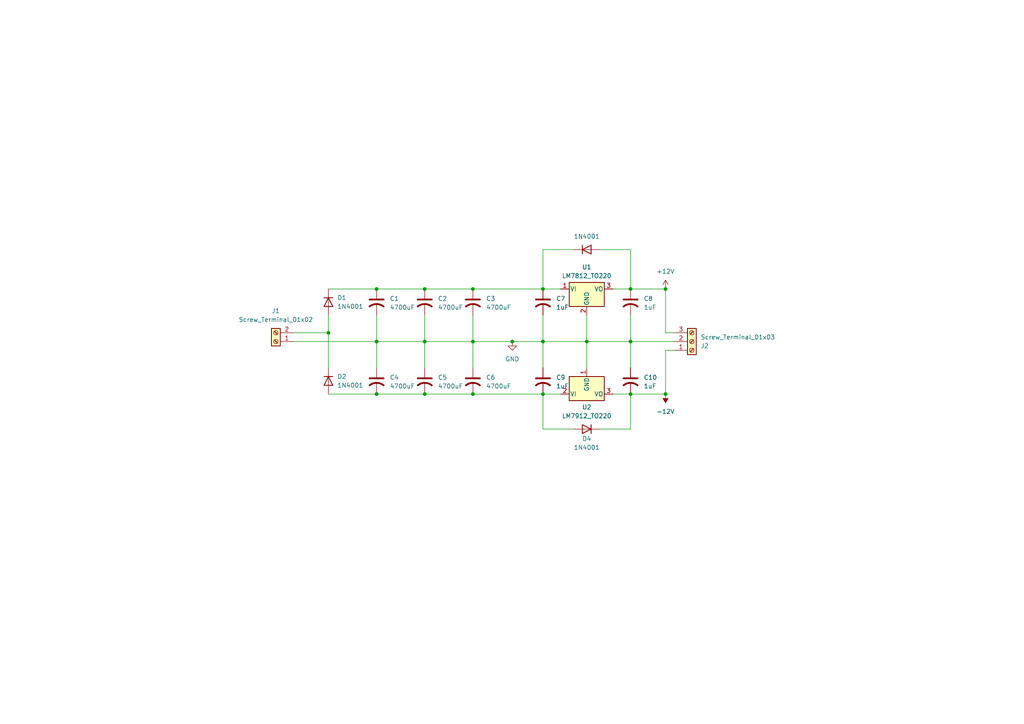
<source format=kicad_sch>
(kicad_sch (version 20250114) (generator "eeschema") (generator_version "9.0")
  (paper "A4")
  (lib_symbols
    (symbol "Connector:Screw_Terminal_01x02" (pin_names (offset 1.016) (hide yes))
      (property "Reference" "J" (at 0 2.54 0))
      (property "Value" "Screw_Terminal_01x02" (at 0 -5.08 0))
      (symbol "Screw_Terminal_01x02_1_1"
        (rectangle (start -1.27 1.27) (end 1.27 -3.81) (stroke (width 0.254)) (fill (type background)))
        (polyline (pts (xy -0.5334 0.3302) (xy 0.3302 -0.508)) (stroke (width 0.1524)))
        (polyline (pts (xy -0.5334 -2.2098) (xy 0.3302 -3.048)) (stroke (width 0.1524)))
        (polyline (pts (xy -0.3556 0.508) (xy 0.508 -0.3302)) (stroke (width 0.1524)))
        (polyline (pts (xy -0.3556 -2.032) (xy 0.508 -2.8702)) (stroke (width 0.1524)))
        (circle (center 0 0) (radius 0.635) (stroke (width 0.1524)))
        (circle (center 0 -2.54) (radius 0.635) (stroke (width 0.1524)))
        (pin passive line (at -5.08 0 0) (length 3.81) (name "Pin_1") (number "1"))
        (pin passive line (at -5.08 -2.54 0) (length 3.81) (name "Pin_2") (number "2"))
      )
    )
    (symbol "Connector:Screw_Terminal_01x03" (pin_names (offset 1.016) (hide yes))
      (property "Reference" "J" (at 0 5.08 0))
      (property "Value" "Screw_Terminal_01x03" (at 0 -5.08 0))
      (symbol "Screw_Terminal_01x03_1_1"
        (rectangle (start -1.27 3.81) (end 1.27 -3.81) (stroke (width 0.254)) (fill (type background)))
        (polyline (pts (xy -0.5334 2.8702) (xy 0.3302 2.032)) (stroke (width 0.1524)))
        (polyline (pts (xy -0.5334 0.3302) (xy 0.3302 -0.508)) (stroke (width 0.1524)))
        (polyline (pts (xy -0.5334 -2.2098) (xy 0.3302 -3.048)) (stroke (width 0.1524)))
        (polyline (pts (xy -0.3556 3.048) (xy 0.508 2.2098)) (stroke (width 0.1524)))
        (polyline (pts (xy -0.3556 0.508) (xy 0.508 -0.3302)) (stroke (width 0.1524)))
        (polyline (pts (xy -0.3556 -2.032) (xy 0.508 -2.8702)) (stroke (width 0.1524)))
        (circle (center 0 2.54) (radius 0.635) (stroke (width 0.1524)))
        (circle (center 0 0) (radius 0.635) (stroke (width 0.1524)))
        (circle (center 0 -2.54) (radius 0.635) (stroke (width 0.1524)))
        (pin passive line (at -5.08 2.54 0) (length 3.81) (name "Pin_1") (number "1"))
        (pin passive line (at -5.08 0 0) (length 3.81) (name "Pin_2") (number "2"))
        (pin passive line (at -5.08 -2.54 0) (length 3.81) (name "Pin_3") (number "3"))
      )
    )
    (symbol "Device:C_US" (pin_numbers (hide yes)) (pin_names (offset 0.254) (hide yes))
      (property "Reference" "C" (at 0.635 2.54 0))
      (property "Value" "C_US" (at 0.635 -2.54 0))
      (symbol "C_US_0_1"
        (polyline (pts (xy -2.032 0.762) (xy 2.032 0.762)) (stroke (width 0.508)))
        (arc (start -2.032 -1.27) (mid 0 -0.5572) (end 2.032 -1.27) (stroke (width 0.508)))
      )
      (symbol "C_US_1_1"
        (pin passive line (at 0 3.81 270) (length 2.794) (name "~") (number "1"))
        (pin passive line (at 0 -3.81 90) (length 3.302) (name "~") (number "2"))
      )
    )
    (symbol "Diode:1N4001" (pin_numbers (hide yes)) (pin_names (hide yes))
      (property "Reference" "D" (at 0 2.54 0))
      (property "Value" "1N4001" (at 0 -2.54 0))
      (symbol "1N4001_0_1"
        (polyline (pts (xy -1.27 1.27) (xy -1.27 -1.27)) (stroke (width 0.254)))
        (polyline (pts (xy 1.27 1.27) (xy 1.27 -1.27) (xy -1.27 0) (xy 1.27 1.27)) (stroke (width 0.254)))
        (polyline (pts (xy 1.27 0) (xy -1.27 0)))
      )
      (symbol "1N4001_1_1"
        (pin passive line (at -3.81 0 0) (length 2.54) (name "K") (number "1"))
        (pin passive line (at 3.81 0 180) (length 2.54) (name "A") (number "2"))
      )
    )
    (symbol "Regulator_Linear:LM7812_TO220" (pin_names (offset 0.254))
      (property "Reference" "U" (at -3.81 3.175 0))
      (property "Value" "LM7812_TO220" (at 0 3.175 0))
      (symbol "LM7812_TO220_0_1"
        (rectangle (start -5.08 1.905) (end 5.08 -5.08) (stroke (width 0.254)) (fill (type background)))
      )
      (symbol "LM7812_TO220_1_1"
        (pin power_in line (at -7.62 0 0) (length 2.54) (name "VI") (number "1"))
        (pin power_in line (at 0 -7.62 90) (length 2.54) (name "GND") (number "2"))
        (pin power_out line (at 7.62 0 180) (length 2.54) (name "VO") (number "3"))
      )
    )
    (symbol "Regulator_Linear:LM7912_TO220" (pin_names (offset 0.254))
      (property "Reference" "U" (at -3.81 -3.175 0))
      (property "Value" "LM7912_TO220" (at 0 -3.175 0))
      (symbol "LM7912_TO220_0_1"
        (rectangle (start -5.08 5.08) (end 5.08 -1.905) (stroke (width 0.254)) (fill (type background)))
      )
      (symbol "LM7912_TO220_1_1"
        (pin power_in line (at -7.62 0 0) (length 2.54) (name "VI") (number "2"))
        (pin power_in line (at 0 7.62 270) (length 2.54) (name "GND") (number "1"))
        (pin power_out line (at 7.62 0 180) (length 2.54) (name "VO") (number "3"))
      )
    )
    (symbol "power:+12V" (power) (pin_numbers (hide yes)) (pin_names (offset 0) (hide yes))
      (property "Value" "+12V" (at 0 3.556 0))
      (symbol "+12V_0_1"
        (polyline (pts (xy -0.762 1.27) (xy 0 2.54)))
        (polyline (pts (xy 0 2.54) (xy 0.762 1.27)))
        (polyline (pts (xy 0 0) (xy 0 2.54)))
      )
      (symbol "+12V_1_1"
        (pin power_in line (at 0 0 90) (length 0) (name "~") (number "1"))
      )
    )
    (symbol "power:-12V" (power) (pin_numbers (hide yes)) (pin_names (offset 0) (hide yes))
      (property "Value" "-12V" (at 0 3.556 0))
      (symbol "-12V_0_0"
        (pin power_in line (at 0 0 90) (length 0) (name "~") (number "1"))
      )
      (symbol "-12V_0_1"
        (polyline (pts (xy 0 0) (xy 0 1.27) (xy 0.762 1.27) (xy 0 2.54) (xy -0.762 1.27) (xy 0 1.27)) (fill (type outline)))
      )
    )
    (symbol "power:GND" (power) (pin_numbers (hide yes)) (pin_names (offset 0) (hide yes))
      (property "Value" "GND" (at 0 -3.81 0))
      (symbol "GND_0_1"
        (polyline (pts (xy 0 0) (xy 0 -1.27) (xy 1.27 -1.27) (xy 0 -2.54) (xy -1.27 -1.27) (xy 0 -1.27)))
      )
      (symbol "GND_1_1"
        (pin power_in line (at 0 0 270) (length 0) (name "~") (number "1"))
      )
    )
  )
  (junction (at 123.19 99.06))
  (junction (at 170.18 99.06))
  (junction (at 95.25 96.52))
  (junction (at 109.22 99.06))
  (junction (at 193.04 114.3))
  (junction (at 109.22 114.3))
  (junction (at 182.88 83.82))
  (junction (at 193.04 83.82))
  (junction (at 109.22 83.82))
  (junction (at 157.48 114.3))
  (junction (at 182.88 99.06))
  (junction (at 148.59 99.06))
  (junction (at 137.16 114.3))
  (junction (at 123.19 83.82))
  (junction (at 137.16 83.82))
  (junction (at 137.16 99.06))
  (junction (at 123.19 114.3))
  (junction (at 182.88 114.3))
  (junction (at 157.48 99.06))
  (junction (at 157.48 83.82))
  (wire (pts (xy 109.22 99.06) (xy 109.22 106.68)))
  (wire (pts (xy 109.22 114.3) (xy 123.19 114.3)))
  (wire (pts (xy 123.19 114.3) (xy 137.16 114.3)))
  (wire (pts (xy 95.25 114.3) (xy 109.22 114.3)))
  (wire (pts (xy 137.16 99.06) (xy 148.59 99.06)))
  (wire (pts (xy 123.19 83.82) (xy 137.16 83.82)))
  (wire (pts (xy 137.16 99.06) (xy 123.19 99.06)))
  (wire (pts (xy 182.88 91.44) (xy 182.88 99.06)))
  (wire (pts (xy 166.37 72.39) (xy 157.48 72.39)))
  (wire (pts (xy 95.25 96.52) (xy 95.25 91.44)))
  (wire (pts (xy 182.88 106.68) (xy 182.88 99.06)))
  (wire (pts (xy 193.04 96.52) (xy 195.58 96.52)))
  (wire (pts (xy 95.25 83.82) (xy 109.22 83.82)))
  (wire (pts (xy 182.88 124.46) (xy 182.88 114.3)))
  (wire (pts (xy 157.48 91.44) (xy 157.48 99.06)))
  (wire (pts (xy 193.04 83.82) (xy 182.88 83.82)))
  (wire (pts (xy 177.8 83.82) (xy 182.88 83.82)))
  (wire (pts (xy 123.19 99.06) (xy 123.19 106.68)))
  (wire (pts (xy 123.19 91.44) (xy 123.19 99.06)))
  (wire (pts (xy 193.04 114.3) (xy 182.88 114.3)))
  (wire (pts (xy 109.22 83.82) (xy 123.19 83.82)))
  (wire (pts (xy 109.22 91.44) (xy 109.22 99.06)))
  (wire (pts (xy 85.09 96.52) (xy 95.25 96.52)))
  (wire (pts (xy 193.04 114.3) (xy 193.04 101.6)))
  (wire (pts (xy 157.48 114.3) (xy 162.56 114.3)))
  (wire (pts (xy 182.88 99.06) (xy 195.58 99.06)))
  (wire (pts (xy 173.99 72.39) (xy 182.88 72.39)))
  (wire (pts (xy 95.25 96.52) (xy 95.25 106.68)))
  (wire (pts (xy 157.48 99.06) (xy 170.18 99.06)))
  (wire (pts (xy 157.48 72.39) (xy 157.48 83.82)))
  (wire (pts (xy 193.04 83.82) (xy 193.04 96.52)))
  (wire (pts (xy 193.04 101.6) (xy 195.58 101.6)))
  (wire (pts (xy 177.8 114.3) (xy 182.88 114.3)))
  (wire (pts (xy 157.48 124.46) (xy 157.48 114.3)))
  (wire (pts (xy 137.16 99.06) (xy 137.16 106.68)))
  (wire (pts (xy 170.18 91.44) (xy 170.18 99.06)))
  (wire (pts (xy 137.16 114.3) (xy 157.48 114.3)))
  (wire (pts (xy 173.99 124.46) (xy 182.88 124.46)))
  (wire (pts (xy 137.16 83.82) (xy 157.48 83.82)))
  (wire (pts (xy 137.16 91.44) (xy 137.16 99.06)))
  (wire (pts (xy 157.48 106.68) (xy 157.48 99.06)))
  (wire (pts (xy 170.18 99.06) (xy 182.88 99.06)))
  (wire (pts (xy 170.18 106.68) (xy 170.18 99.06)))
  (wire (pts (xy 85.09 99.06) (xy 109.22 99.06)))
  (wire (pts (xy 148.59 99.06) (xy 157.48 99.06)))
  (wire (pts (xy 123.19 99.06) (xy 109.22 99.06)))
  (wire (pts (xy 166.37 124.46) (xy 157.48 124.46)))
  (wire (pts (xy 182.88 72.39) (xy 182.88 83.82)))
  (wire (pts (xy 157.48 83.82) (xy 162.56 83.82)))
  (symbol (lib_id "Device:C_US") (at 137.16 87.63 0) (unit 1)
    (property "Reference" "C3" (at 140.97 86.6139 0) (effects (justify left)))
    (property "Value" "4700uF" (at 140.97 89.1539 0) (effects (justify left)))
    (property "Footprint" "User:C_Radial_Polarized_P7.50mm_CNC" (effects (hide yes)))
    (property "Description" "capacitor, US symbol" (effects (hide yes)))
  )
  (symbol (lib_id "Regulator_Linear:LM7812_TO220") (at 170.18 83.82 0) (unit 1)
    (property "Reference" "U1" (at 170.18 77.47 0))
    (property "Value" "LM7812_TO220" (at 170.18 80.01 0))
    (property "Footprint" "User:TO-220_CNC" (effects (hide yes)))
    (property "Datasheet" "https://www.onsemi.cn/PowerSolutions/document/MC7800-D.PDF" (effects (hide yes)))
    (property "Description" "Positive 1A 35V Linear Regulator, Fixed Output 12V, TO-220" (effects (hide yes)))
  )
  (symbol (lib_id "Connector:Screw_Terminal_01x02") (at 80.01 99.06 180) (unit 1)
    (property "Reference" "J1" (at 80.01 90.17 0))
    (property "Value" "Screw_Terminal_01x02" (at 80.01 92.71 0))
    (property "Footprint" "User:TerminalBlock_1x2_CNC" (effects (hide yes)))
    (property "Description" "Generic screw terminal, single row, 01x02, script generated (kicad-library-utils/schlib/autogen/connector/)" (effects (hide yes)))
  )
  (symbol (lib_id "Diode:1N4001") (at 170.18 72.39 0) (unit 1)
    (property "Reference" "D3" (effects (hide yes)))
    (property "Value" "1N4001" (at 170.18 68.58 0))
    (property "Footprint" "User:D_P10.16mm_CNC" (effects (hide yes)))
    (property "Datasheet" "http://www.vishay.com/docs/88503/1n4001.pdf" (effects (hide yes)))
    (property "Description" "50V 1A General Purpose Rectifier Diode, DO-41" (effects (hide yes)))
    (property "Sim.Device" "D" (effects (hide yes)))
    (property "Sim.Pins" "1=K 2=A" (effects (hide yes)))
  )
  (symbol (lib_id "Diode:1N4001") (at 95.25 87.63 270) (unit 1)
    (property "Reference" "D1" (at 97.79 86.3599 90) (effects (justify left)))
    (property "Value" "1N4001" (at 97.79 88.8999 90) (effects (justify left)))
    (property "Footprint" "User:D_P10.16mm_CNC" (effects (hide yes)))
    (property "Datasheet" "http://www.vishay.com/docs/88503/1n4001.pdf" (effects (hide yes)))
    (property "Description" "50V 1A General Purpose Rectifier Diode, DO-41" (effects (hide yes)))
    (property "Sim.Device" "D" (effects (hide yes)))
    (property "Sim.Pins" "1=K 2=A" (effects (hide yes)))
  )
  (symbol (lib_id "power:-12V") (at 193.04 114.3 180) (unit 1)
    (property "Reference" "#PWR02" (effects (hide yes)))
    (property "Value" "-12V" (at 193.04 119.38 0))
    (property "Description" "Power symbol creates a global label with name \"-12V\"" (effects (hide yes)))
  )
  (symbol (lib_id "Device:C_US") (at 157.48 110.49 0) (unit 1)
    (property "Reference" "C9" (at 161.29 109.4739 0) (effects (justify left)))
    (property "Value" "1uF" (at 161.29 112.0139 0) (effects (justify left)))
    (property "Footprint" "User:C_Rect_P5.00mm_CNC" (effects (hide yes)))
    (property "Description" "capacitor, US symbol" (effects (hide yes)))
  )
  (symbol (lib_id "Device:C_US") (at 123.19 110.49 0) (unit 1)
    (property "Reference" "C5" (at 127 109.4739 0) (effects (justify left)))
    (property "Value" "4700uF" (at 127 112.0139 0) (effects (justify left)))
    (property "Footprint" "User:C_Radial_Polarized_P7.50mm_CNC" (effects (hide yes)))
    (property "Description" "capacitor, US symbol" (effects (hide yes)))
  )
  (symbol (lib_id "Diode:1N4001") (at 95.25 110.49 270) (unit 1)
    (property "Reference" "D2" (at 97.79 109.2199 90) (effects (justify left)))
    (property "Value" "1N4001" (at 97.79 111.7599 90) (effects (justify left)))
    (property "Footprint" "User:D_P10.16mm_CNC" (effects (hide yes)))
    (property "Datasheet" "http://www.vishay.com/docs/88503/1n4001.pdf" (effects (hide yes)))
    (property "Description" "50V 1A General Purpose Rectifier Diode, DO-41" (effects (hide yes)))
    (property "Sim.Device" "D" (effects (hide yes)))
    (property "Sim.Pins" "1=K 2=A" (effects (hide yes)))
  )
  (symbol (lib_id "Device:C_US") (at 137.16 110.49 0) (unit 1)
    (property "Reference" "C6" (at 140.97 109.4739 0) (effects (justify left)))
    (property "Value" "4700uF" (at 140.97 112.0139 0) (effects (justify left)))
    (property "Footprint" "User:C_Radial_Polarized_P7.50mm_CNC" (effects (hide yes)))
    (property "Description" "capacitor, US symbol" (effects (hide yes)))
  )
  (symbol (lib_id "Diode:1N4001") (at 170.18 124.46 180) (unit 1)
    (property "Reference" "D4" (at 170.18 127.254 0))
    (property "Value" "1N4001" (at 170.18 129.794 0))
    (property "Footprint" "User:D_P10.16mm_CNC" (effects (hide yes)))
    (property "Datasheet" "http://www.vishay.com/docs/88503/1n4001.pdf" (effects (hide yes)))
    (property "Description" "50V 1A General Purpose Rectifier Diode, DO-41" (effects (hide yes)))
    (property "Sim.Device" "D" (effects (hide yes)))
    (property "Sim.Pins" "1=K 2=A" (effects (hide yes)))
  )
  (symbol (lib_id "Device:C_US") (at 157.48 87.63 0) (unit 1)
    (property "Reference" "C7" (at 161.29 86.6139 0) (effects (justify left)))
    (property "Value" "1uF" (at 161.29 89.1539 0) (effects (justify left)))
    (property "Footprint" "User:C_Rect_P5.00mm_CNC" (effects (hide yes)))
    (property "Description" "capacitor, US symbol" (effects (hide yes)))
  )
  (symbol (lib_id "Device:C_US") (at 182.88 110.49 0) (unit 1)
    (property "Reference" "C10" (at 186.69 109.4739 0) (effects (justify left)))
    (property "Value" "1uF" (at 186.69 112.0139 0) (effects (justify left)))
    (property "Footprint" "User:C_Rect_P5.00mm_CNC" (effects (hide yes)))
    (property "Description" "capacitor, US symbol" (effects (hide yes)))
  )
  (symbol (lib_id "Device:C_US") (at 109.22 87.63 0) (unit 1)
    (property "Reference" "C1" (at 113.03 86.6139 0) (effects (justify left)))
    (property "Value" "4700uF" (at 113.03 89.1539 0) (effects (justify left)))
    (property "Footprint" "User:C_Radial_Polarized_P7.50mm_CNC" (effects (hide yes)))
    (property "Description" "capacitor, US symbol" (effects (hide yes)))
  )
  (symbol (lib_id "Device:C_US") (at 123.19 87.63 0) (unit 1)
    (property "Reference" "C2" (at 127 86.6139 0) (effects (justify left)))
    (property "Value" "4700uF" (at 127 89.1539 0) (effects (justify left)))
    (property "Footprint" "User:C_Radial_Polarized_P7.50mm_CNC" (effects (hide yes)))
    (property "Description" "capacitor, US symbol" (effects (hide yes)))
  )
  (symbol (lib_id "Device:C_US") (at 109.22 110.49 0) (unit 1)
    (property "Reference" "C4" (at 113.03 109.4739 0) (effects (justify left)))
    (property "Value" "4700uF" (at 113.03 112.0139 0) (effects (justify left)))
    (property "Footprint" "User:C_Radial_Polarized_P7.50mm_CNC" (effects (hide yes)))
    (property "Description" "capacitor, US symbol" (effects (hide yes)))
  )
  (symbol (lib_id "Device:C_US") (at 182.88 87.63 0) (unit 1)
    (property "Reference" "C8" (at 186.69 86.6139 0) (effects (justify left)))
    (property "Value" "1uF" (at 186.69 89.1539 0) (effects (justify left)))
    (property "Footprint" "User:C_Rect_P5.00mm_CNC" (effects (hide yes)))
    (property "Description" "capacitor, US symbol" (effects (hide yes)))
  )
  (symbol (lib_id "power:+12V") (at 193.04 83.82 0) (unit 1)
    (property "Reference" "#PWR03" (effects (hide yes)))
    (property "Value" "+12V" (at 193.04 78.74 0))
    (property "Description" "Power symbol creates a global label with name \"+12V\"" (effects (hide yes)))
  )
  (symbol (lib_id "Connector:Screw_Terminal_01x03") (at 200.66 99.06 0) (mirror x) (unit 1)
    (property "Reference" "J2" (at 203.2 100.3301 0) (effects (justify left)))
    (property "Value" "Screw_Terminal_01x03" (at 203.2 97.7901 0) (effects (justify left)))
    (property "Footprint" "User:TerminalBlock_1x3_CNC" (effects (hide yes)))
    (property "Description" "Generic screw terminal, single row, 01x03, script generated (kicad-library-utils/schlib/autogen/connector/)" (effects (hide yes)))
  )
  (symbol (lib_id "Regulator_Linear:LM7912_TO220") (at 170.18 114.3 0) (unit 1)
    (property "Reference" "U2" (at 170.18 118.11 0))
    (property "Value" "LM7912_TO220" (at 170.18 120.65 0))
    (property "Footprint" "User:TO-220_CNC" (effects (hide yes)))
    (property "Datasheet" "hhttps://www.onsemi.com/pub/Collateral/MC7900-D.PDF" (effects (hide yes)))
    (property "Description" "Negative 1A 35V Linear Regulator, Fixed Output 12V, TO-220" (effects (hide yes)))
  )
  (symbol (lib_id "power:GND") (at 148.59 99.06 0) (unit 1)
    (property "Reference" "#PWR030" (effects (hide yes)))
    (property "Value" "GND" (at 148.59 104.14 0))
    (property "Description" "Power symbol creates a global label with name \"GND\" , ground" (effects (hide yes)))
  )
)
</source>
